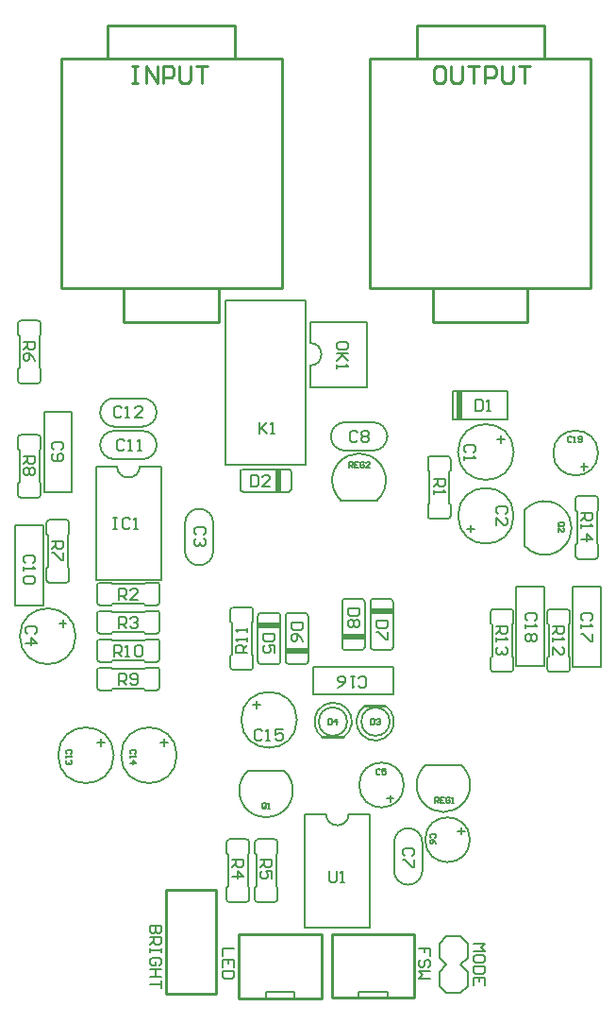
<source format=gto>
G04*
G04 #@! TF.GenerationSoftware,Altium Limited,Altium Designer,19.0.9 (268)*
G04*
G04 Layer_Color=65535*
%FSLAX25Y25*%
%MOIN*%
G70*
G01*
G75*
%ADD10C,0.00600*%
%ADD11C,0.00500*%
%ADD12C,0.01000*%
%ADD13C,0.00787*%
%ADD14C,0.00800*%
%ADD15R,0.08000X0.02000*%
%ADD16R,0.02000X0.10000*%
%ADD17R,0.02000X0.08000*%
D10*
X81200Y36228D02*
G03*
X82200Y35228I1000J0D01*
G01*
X88200D02*
G03*
X89200Y36228I0J1000D01*
G01*
Y56354D02*
G03*
X88200Y57354I-1000J0D01*
G01*
X82200D02*
G03*
X81200Y56354I0J-1000D01*
G01*
X143846Y76519D02*
G03*
X143846Y76519I-7906J0D01*
G01*
X133000Y194510D02*
G03*
X138000Y199510I0J5000D01*
G01*
D02*
G03*
X133000Y204510I-5000J0D01*
G01*
X123000D02*
G03*
X118000Y199510I0J-5000D01*
G01*
D02*
G03*
X123000Y194510I5000J0D01*
G01*
X109000Y119200D02*
G03*
X110000Y120200I0J1000D01*
G01*
X102000D02*
G03*
X103000Y119200I1000J0D01*
G01*
Y137200D02*
G03*
X102000Y136200I0J-1000D01*
G01*
X110000D02*
G03*
X109000Y137200I-1000J0D01*
G01*
X93273Y137189D02*
G03*
X92273Y136189I0J-1000D01*
G01*
X100273D02*
G03*
X99273Y137189I-1000J0D01*
G01*
Y119189D02*
G03*
X100273Y120189I0J1000D01*
G01*
X92273D02*
G03*
X93273Y119189I1000J0D01*
G01*
X129974Y141200D02*
G03*
X128974Y142200I-1000J0D01*
G01*
X122975D02*
G03*
X121975Y141200I0J-1000D01*
G01*
Y125200D02*
G03*
X122975Y124200I1000J0D01*
G01*
X128974D02*
G03*
X129974Y125200I0J1000D01*
G01*
X36437Y118000D02*
G03*
X35437Y117000I0J-1000D01*
G01*
Y111000D02*
G03*
X36437Y110000I1000J0D01*
G01*
X56563D02*
G03*
X57563Y111000I0J1000D01*
G01*
Y117000D02*
G03*
X56563Y118000I-1000J0D01*
G01*
X57563Y127000D02*
G03*
X56563Y128000I-1000J0D01*
G01*
Y120000D02*
G03*
X57563Y121000I0J1000D01*
G01*
X35437D02*
G03*
X36437Y120000I1000J0D01*
G01*
Y128000D02*
G03*
X35437Y127000I0J-1000D01*
G01*
X36437Y138000D02*
G03*
X35437Y137000I0J-1000D01*
G01*
Y131000D02*
G03*
X36437Y130000I1000J0D01*
G01*
X56563D02*
G03*
X57563Y131000I0J1000D01*
G01*
Y137000D02*
G03*
X56563Y138000I-1000J0D01*
G01*
X36437Y148000D02*
G03*
X35437Y147000I0J-1000D01*
G01*
Y141000D02*
G03*
X36437Y140000I1000J0D01*
G01*
X56563D02*
G03*
X57563Y141000I0J1000D01*
G01*
Y147000D02*
G03*
X56563Y148000I-1000J0D01*
G01*
X202300Y171026D02*
G03*
X186600Y173632I-8700J-3816D01*
G01*
X202300Y163395D02*
G03*
X202300Y171027I-8701J3816D01*
G01*
X186600Y160790D02*
G03*
X202300Y163396I7000J6422D01*
G01*
X63593Y87000D02*
G03*
X63593Y87000I-9843J0D01*
G01*
X41343D02*
G03*
X41343Y87000I-9843J0D01*
G01*
X27843Y129000D02*
G03*
X27843Y129000I-9843J0D01*
G01*
X17551Y148937D02*
G03*
X18551Y147937I1000J0D01*
G01*
X24551D02*
G03*
X25551Y148937I0J1000D01*
G01*
Y169063D02*
G03*
X24551Y170063I-1000J0D01*
G01*
X18551D02*
G03*
X17551Y169063I0J-1000D01*
G01*
X7500Y178937D02*
G03*
X8500Y177937I1000J0D01*
G01*
X14500D02*
G03*
X15500Y178937I0J1000D01*
G01*
Y199063D02*
G03*
X14500Y200063I-1000J0D01*
G01*
X8500D02*
G03*
X7500Y199063I0J-1000D01*
G01*
Y219237D02*
G03*
X8500Y218237I1000J0D01*
G01*
X14500D02*
G03*
X15500Y219237I0J1000D01*
G01*
Y239363D02*
G03*
X14500Y240363I-1000J0D01*
G01*
X8500D02*
G03*
X7500Y239363I0J-1000D01*
G01*
X36500Y208000D02*
G03*
X41500Y203000I5000J0D01*
G01*
Y213000D02*
G03*
X36500Y208000I0J-5000D01*
G01*
X56500D02*
G03*
X51500Y213000I-5000J0D01*
G01*
Y203000D02*
G03*
X56500Y208000I0J5000D01*
G01*
X36500Y196500D02*
G03*
X41500Y191500I5000J0D01*
G01*
Y201500D02*
G03*
X36500Y196500I0J-5000D01*
G01*
X56500D02*
G03*
X51500Y201500I-5000J0D01*
G01*
Y191500D02*
G03*
X56500Y196500I0J5000D01*
G01*
X42500Y189000D02*
G03*
X50500Y189000I4000J0D01*
G01*
X212446Y193670D02*
G03*
X212446Y193670I-7906J0D01*
G01*
X82562Y118137D02*
G03*
X83562Y117137I1000J0D01*
G01*
X89562D02*
G03*
X90562Y118137I0J1000D01*
G01*
Y138263D02*
G03*
X89562Y139263I-1000J0D01*
G01*
X83562D02*
G03*
X82562Y138263I0J-1000D01*
G01*
X133000Y142200D02*
G03*
X132000Y141200I0J-1000D01*
G01*
X140000D02*
G03*
X139000Y142200I-1000J0D01*
G01*
Y124200D02*
G03*
X140000Y125200I0J1000D01*
G01*
X132000D02*
G03*
X133000Y124200I1000J0D01*
G01*
X106043Y99500D02*
G03*
X106043Y99500I-9843J0D01*
G01*
X182637Y194000D02*
G03*
X182637Y194000I-9843J0D01*
G01*
X212500Y177463D02*
G03*
X211500Y178463I-1000J0D01*
G01*
X205500D02*
G03*
X204500Y177463I0J-1000D01*
G01*
Y157337D02*
G03*
X205500Y156337I1000J0D01*
G01*
X211500D02*
G03*
X212500Y157337I0J1000D01*
G01*
X201500Y116399D02*
G03*
X202500Y117399I0J1000D01*
G01*
X194500D02*
G03*
X195500Y116399I1000J0D01*
G01*
Y138525D02*
G03*
X194500Y137525I0J-1000D01*
G01*
X202500D02*
G03*
X201500Y138525I-1000J0D01*
G01*
X182500Y137563D02*
G03*
X181500Y138563I-1000J0D01*
G01*
X175500D02*
G03*
X174500Y137563I0J-1000D01*
G01*
Y117437D02*
G03*
X175500Y116437I1000J0D01*
G01*
X181500D02*
G03*
X182500Y117437I0J1000D01*
G01*
X182645Y171500D02*
G03*
X182645Y171500I-9843J0D01*
G01*
X124185Y192700D02*
G03*
X121579Y177000I3816J-8700D01*
G01*
X131816Y192700D02*
G03*
X124184Y192700I-3816J-8701D01*
G01*
X134421Y177000D02*
G03*
X131815Y192700I-6422J7000D01*
G01*
X71500Y154000D02*
G03*
X76500Y159000I0J5000D01*
G01*
X66500D02*
G03*
X71500Y154000I5000J0D01*
G01*
Y174000D02*
G03*
X66500Y169000I0J-5000D01*
G01*
X76500D02*
G03*
X71500Y174000I-5000J0D01*
G01*
X152302Y171437D02*
G03*
X153302Y170437I1000J0D01*
G01*
X159302D02*
G03*
X160302Y171437I0J1000D01*
G01*
Y191563D02*
G03*
X159302Y192563I-1000J0D01*
G01*
X153302D02*
G03*
X152302Y191563I0J-1000D01*
G01*
X88723Y81564D02*
G03*
X91329Y65863I6422J-7000D01*
G01*
X98959D02*
G03*
X101566Y81564I-3816J8700D01*
G01*
X91329Y65864D02*
G03*
X98961Y65864I3816J8701D01*
G01*
X151379Y83458D02*
G03*
X153985Y67758I6422J-7000D01*
G01*
X153984Y67758D02*
G03*
X161616Y67758I3816J8701D01*
G01*
X161615Y67758D02*
G03*
X164221Y83458I-3816J8700D01*
G01*
X110675Y224500D02*
G03*
X110675Y232500I0J4000D01*
G01*
X116339Y66291D02*
G03*
X124339Y66291I4000J0D01*
G01*
X167172Y57193D02*
G03*
X167172Y57193I-7906J0D01*
G01*
X87000Y188000D02*
G03*
X86000Y187000I0J-1000D01*
G01*
Y181000D02*
G03*
X87000Y180000I1000J0D01*
G01*
X103000D02*
G03*
X104000Y181000I0J1000D01*
G01*
Y187000D02*
G03*
X103000Y188000I-1000J0D01*
G01*
X140359Y46295D02*
G03*
X145359Y41295I5000J0D01*
G01*
D02*
G03*
X150359Y46295I0J5000D01*
G01*
Y56295D02*
G03*
X145359Y61295I-5000J0D01*
G01*
D02*
G03*
X140359Y56295I0J-5000D01*
G01*
X99200Y56363D02*
G03*
X98200Y57363I-1000J0D01*
G01*
Y35237D02*
G03*
X99200Y36237I0J1000D01*
G01*
X92200Y57363D02*
G03*
X91200Y56363I0J-1000D01*
G01*
Y36237D02*
G03*
X92200Y35237I1000J0D01*
G01*
X81200Y52354D02*
X81700Y51854D01*
X88700D02*
X89200Y52354D01*
X81200Y40228D02*
X81700Y40728D01*
X88700D02*
X89200Y40228D01*
X81200Y52354D02*
Y56354D01*
X89200Y52354D02*
Y56354D01*
X81200Y36228D02*
Y40228D01*
X89200Y36228D02*
Y40228D01*
X81700Y40728D02*
Y51854D01*
X88700Y40728D02*
Y51854D01*
X82200Y57354D02*
X88200D01*
X82200Y35228D02*
X88200D01*
X137808Y71719D02*
X140273Y71747D01*
X139025Y70461D02*
Y72961D01*
X123000Y194510D02*
X133000D01*
X125500Y204510D02*
X133000D01*
X123000D02*
X125500D01*
X103000Y119200D02*
X109000D01*
X102000Y120200D02*
Y136200D01*
X110000Y120200D02*
Y136200D01*
X103000Y137200D02*
X109000D01*
X93273Y137189D02*
X99273D01*
X100273Y120189D02*
Y136189D01*
X92273Y120189D02*
Y136189D01*
X93273Y119189D02*
X99273D01*
X183618Y118394D02*
Y146606D01*
Y118394D02*
X193382D01*
Y146606D01*
X183618D02*
X193382D01*
X122975Y142200D02*
X128974D01*
X129974Y125200D02*
Y141200D01*
X121975Y125200D02*
Y141200D01*
X122975Y124200D02*
X128974D01*
X52063Y117500D02*
X52563Y118000D01*
X52063Y110500D02*
X52563Y110000D01*
X40437Y118000D02*
X40937Y117500D01*
X40437Y110000D02*
X40937Y110500D01*
X52563Y118000D02*
X56563D01*
X52563Y110000D02*
X56563D01*
X36437Y118000D02*
X40437D01*
X36437Y110000D02*
X40437D01*
X40937Y117500D02*
X52063D01*
X40937Y110500D02*
X52063D01*
X57563Y111000D02*
Y117000D01*
X35437Y111000D02*
Y117000D01*
Y121000D02*
Y127000D01*
X57563Y121000D02*
Y127000D01*
X40937Y120500D02*
X52063D01*
X40937Y127500D02*
X52063D01*
X36437Y120000D02*
X40437D01*
X36437Y128000D02*
X40437D01*
X52563Y120000D02*
X56563D01*
X52563Y128000D02*
X56563D01*
X40437Y120000D02*
X40937Y120500D01*
X40437Y128000D02*
X40937Y127500D01*
X52063Y120500D02*
X52563Y120000D01*
X52063Y127500D02*
X52563Y128000D01*
X52063Y137500D02*
X52563Y138000D01*
X52063Y130500D02*
X52563Y130000D01*
X40437Y138000D02*
X40937Y137500D01*
X40437Y130000D02*
X40937Y130500D01*
X52563Y138000D02*
X56563D01*
X52563Y130000D02*
X56563D01*
X36437Y138000D02*
X40437D01*
X36437Y130000D02*
X40437D01*
X40937Y137500D02*
X52063D01*
X40937Y130500D02*
X52063D01*
X57563Y131000D02*
Y137000D01*
X35437Y131000D02*
Y137000D01*
X52063Y147500D02*
X52563Y148000D01*
X52063Y140500D02*
X52563Y140000D01*
X40437Y148000D02*
X40937Y147500D01*
X40437Y140000D02*
X40937Y140500D01*
X52563Y148000D02*
X56563D01*
X52563Y140000D02*
X56563D01*
X36437Y148000D02*
X40437D01*
X36437Y140000D02*
X40437D01*
X40937Y147500D02*
X52063D01*
X40937Y140500D02*
X52063D01*
X57563Y141000D02*
Y147000D01*
X35437Y141000D02*
Y147000D01*
X186600Y160790D02*
Y173632D01*
X59150Y90200D02*
Y92800D01*
X57850Y91500D02*
X60350D01*
X36900Y90200D02*
Y92800D01*
X35600Y91500D02*
X38100D01*
X22100Y133500D02*
X24600D01*
X23400Y132200D02*
Y134800D01*
X16382Y139894D02*
Y168106D01*
X6618D02*
X16382D01*
X6618Y139894D02*
Y168106D01*
Y139894D02*
X16382D01*
X17551Y165063D02*
X18051Y164563D01*
X25051D02*
X25551Y165063D01*
X17551Y152937D02*
X18051Y153437D01*
X25051D02*
X25551Y152937D01*
X17551Y165063D02*
Y169063D01*
X25551Y165063D02*
Y169063D01*
X17551Y148937D02*
Y152937D01*
X25551Y148937D02*
Y152937D01*
X18051Y153437D02*
Y164563D01*
X25051Y153437D02*
Y164563D01*
X18551Y170063D02*
X24551D01*
X18551Y147937D02*
X24551D01*
X16669Y179894D02*
Y208106D01*
Y179894D02*
X26433D01*
Y208106D01*
X16669D02*
X26433D01*
X7500Y195063D02*
X8000Y194563D01*
X15000D02*
X15500Y195063D01*
X7500Y182937D02*
X8000Y183437D01*
X15000D02*
X15500Y182937D01*
X7500Y195063D02*
Y199063D01*
X15500Y195063D02*
Y199063D01*
X7500Y178937D02*
Y182937D01*
X15500Y178937D02*
Y182937D01*
X8000Y183437D02*
Y194563D01*
X15000Y183437D02*
Y194563D01*
X8500Y200063D02*
X14500D01*
X8500Y177937D02*
X14500D01*
X7500Y235363D02*
X8000Y234863D01*
X15000D02*
X15500Y235363D01*
X7500Y223237D02*
X8000Y223737D01*
X15000D02*
X15500Y223237D01*
X7500Y235363D02*
Y239363D01*
X15500Y235363D02*
Y239363D01*
X7500Y219237D02*
Y223237D01*
X15500Y219237D02*
Y223237D01*
X8000Y223737D02*
Y234863D01*
X15000Y223737D02*
Y234863D01*
X8500Y240363D02*
X14500D01*
X8500Y218237D02*
X14500D01*
X41500Y213000D02*
X44000D01*
X51500D01*
X41500Y203000D02*
X51500D01*
X41500Y201500D02*
X44000D01*
X51500D01*
X41500Y191500D02*
X51500D01*
X58000Y149000D02*
Y189000D01*
X50500D02*
X58000D01*
X35000D02*
X42500D01*
X35000Y149000D02*
Y189000D01*
Y149000D02*
X58000D01*
X207625Y187612D02*
Y190112D01*
X206408Y188870D02*
X208873Y188898D01*
X82562Y134263D02*
X83062Y133763D01*
X90062D02*
X90562Y134263D01*
X82562Y122137D02*
X83062Y122637D01*
X90062D02*
X90562Y122137D01*
X82562Y134263D02*
Y138263D01*
X90562Y134263D02*
Y138263D01*
X82562Y118137D02*
Y122137D01*
X90562Y118137D02*
Y122137D01*
X83062Y122637D02*
Y133763D01*
X90062Y122637D02*
Y133763D01*
X83562Y139263D02*
X89562D01*
X83562Y117137D02*
X89562D01*
X133000Y142200D02*
X139000D01*
X140000Y125200D02*
Y141200D01*
X132000Y125200D02*
Y141200D01*
X133000Y124200D02*
X139000D01*
X90400Y104900D02*
X93000D01*
X91700Y103600D02*
Y106100D01*
X160984Y205500D02*
Y215500D01*
X180334Y205500D02*
Y215500D01*
X160984D02*
X164984D01*
X161034Y205500D02*
X180334D01*
X164384Y215500D02*
X180334D01*
X178194Y197200D02*
Y199800D01*
X176894Y198500D02*
X179394D01*
X212000Y161837D02*
X212500Y161337D01*
X204500D02*
X205000Y161837D01*
X212000Y172963D02*
X212500Y173463D01*
X204500D02*
X205000Y172963D01*
X212500Y157337D02*
Y161337D01*
X204500Y157337D02*
Y161337D01*
X212500Y173463D02*
Y177463D01*
X204500Y173463D02*
Y177463D01*
X212000Y161837D02*
Y172963D01*
X205000Y161837D02*
Y172963D01*
X205500Y156337D02*
X211500D01*
X205500Y178463D02*
X211500D01*
X111894Y118108D02*
X140106D01*
X111894Y108344D02*
Y118108D01*
Y108344D02*
X140106D01*
Y118108D01*
X213382Y118309D02*
Y146521D01*
X203618D02*
X213382D01*
X203618Y118309D02*
Y146521D01*
Y118309D02*
X213382D01*
X195500Y138525D02*
X201500D01*
X195500Y116399D02*
X201500D01*
X195000Y121899D02*
Y133025D01*
X202000Y121899D02*
Y133025D01*
X194500Y133525D02*
Y137525D01*
X202500Y133525D02*
Y137525D01*
X194500Y117399D02*
Y121399D01*
X202500Y117399D02*
Y121399D01*
X194500Y133525D02*
X195000Y133025D01*
X202000D02*
X202500Y133525D01*
X194500Y121399D02*
X195000Y121899D01*
X202000D02*
X202500Y121399D01*
X182000Y121937D02*
X182500Y121437D01*
X174500D02*
X175000Y121937D01*
X182000Y133063D02*
X182500Y133563D01*
X174500D02*
X175000Y133063D01*
X182500Y117437D02*
Y121437D01*
X174500Y117437D02*
Y121437D01*
X182500Y133563D02*
Y137563D01*
X174500Y133563D02*
Y137563D01*
X182000Y121937D02*
Y133063D01*
X175000Y121937D02*
Y133063D01*
X175500Y116437D02*
X181500D01*
X175500Y138563D02*
X181500D01*
X167402Y165700D02*
Y168300D01*
X166202Y167000D02*
X168702D01*
X121579Y177000D02*
X134421D01*
X66500Y159000D02*
Y161500D01*
Y169000D01*
X76500Y159000D02*
Y169000D01*
X152302Y187563D02*
X152802Y187063D01*
X159802D02*
X160302Y187563D01*
X152302Y175437D02*
X152802Y175937D01*
X159802D02*
X160302Y175437D01*
X152302Y187563D02*
Y191563D01*
X160302Y187563D02*
Y191563D01*
X152302Y171437D02*
Y175437D01*
X160302Y171437D02*
Y175437D01*
X152802Y175937D02*
Y187063D01*
X159802Y175937D02*
Y187063D01*
X153302Y192563D02*
X159302D01*
X153302Y170437D02*
X159302D01*
X88723Y81564D02*
X101566D01*
X151379Y83458D02*
X164221D01*
X110675Y232500D02*
Y240000D01*
Y217000D02*
Y224500D01*
X130675Y217000D02*
Y240000D01*
X110675Y217000D02*
X130675D01*
X110675Y240000D02*
X130675D01*
X131839Y26291D02*
Y66291D01*
X124339D02*
X131839D01*
X108839D02*
X116339D01*
X108839Y26291D02*
Y66291D01*
Y26291D02*
X131839D01*
X162824Y60278D02*
X165324D01*
X164038Y61526D02*
X164066Y59061D01*
X86000Y181000D02*
Y187000D01*
X87000Y188000D02*
X103000D01*
X87000Y180000D02*
X103000D01*
X104000Y181000D02*
Y187000D01*
X140359Y46295D02*
Y56295D01*
X150359Y46295D02*
Y53795D01*
Y56295D01*
X99200Y52363D02*
Y56363D01*
X98700Y51863D02*
X99200Y52363D01*
X92200Y57363D02*
X98200D01*
X98700Y40737D02*
X99200Y40237D01*
Y36237D02*
Y40237D01*
X98700Y40737D02*
Y51863D01*
X92200Y35237D02*
X98200D01*
X91700Y40737D02*
Y51863D01*
X91200Y52363D02*
Y56363D01*
Y52363D02*
X91700Y51863D01*
X91200Y40237D02*
X91700Y40737D01*
X91200Y36237D02*
Y40237D01*
X135333Y81966D02*
X135000Y82299D01*
X134333D01*
X134000Y81966D01*
Y80633D01*
X134333Y80300D01*
X135000D01*
X135333Y80633D01*
X137332Y82299D02*
X135999D01*
Y81300D01*
X136666Y81633D01*
X136999D01*
X137332Y81300D01*
Y80633D01*
X136999Y80300D01*
X136333D01*
X135999Y80633D01*
X198889Y167783D02*
X200222D01*
X200555Y168116D01*
Y168783D01*
X200222Y169116D01*
X198889D01*
X198556Y168783D01*
Y168116D01*
X199222Y168450D02*
X198556Y167783D01*
Y168116D02*
X198889Y167783D01*
X198556Y165784D02*
Y167117D01*
X199889Y165784D01*
X200222D01*
X200555Y166117D01*
Y166783D01*
X200222Y167117D01*
X117132Y99970D02*
Y97970D01*
X118131D01*
X118465Y98304D01*
Y99637D01*
X118131Y99970D01*
X117132D01*
X120131Y97970D02*
Y99970D01*
X119131Y98970D01*
X120464D01*
X132235Y99825D02*
Y97826D01*
X133235D01*
X133568Y98159D01*
Y99492D01*
X133235Y99825D01*
X132235D01*
X134234Y99492D02*
X134568Y99825D01*
X135234D01*
X135567Y99492D01*
Y99159D01*
X135234Y98826D01*
X134901D01*
X135234D01*
X135567Y98492D01*
Y98159D01*
X135234Y97826D01*
X134568D01*
X134234Y98159D01*
X26166Y87667D02*
X26499Y88000D01*
Y88667D01*
X26166Y89000D01*
X24833D01*
X24500Y88667D01*
Y88000D01*
X24833Y87667D01*
X24500Y87001D02*
Y86334D01*
Y86667D01*
X26499D01*
X26166Y87001D01*
Y85334D02*
X26499Y85001D01*
Y84335D01*
X26166Y84002D01*
X25833D01*
X25500Y84335D01*
Y84668D01*
Y84335D01*
X25166Y84002D01*
X24833D01*
X24500Y84335D01*
Y85001D01*
X24833Y85334D01*
X203084Y199336D02*
X202750Y199669D01*
X202084D01*
X201751Y199336D01*
Y198003D01*
X202084Y197670D01*
X202750D01*
X203084Y198003D01*
X203750Y197670D02*
X204417D01*
X204083D01*
Y199669D01*
X203750Y199336D01*
X205416Y198003D02*
X205750Y197670D01*
X206416D01*
X206749Y198003D01*
Y199336D01*
X206416Y199669D01*
X205750D01*
X205416Y199336D01*
Y199003D01*
X205750Y198669D01*
X206749D01*
X48666Y87667D02*
X48999Y88000D01*
Y88667D01*
X48666Y89000D01*
X47333D01*
X47000Y88667D01*
Y88000D01*
X47333Y87667D01*
X47000Y87001D02*
Y86334D01*
Y86667D01*
X48999D01*
X48666Y87001D01*
X47000Y84335D02*
X48999D01*
X48000Y85334D01*
Y84002D01*
X124311Y188415D02*
Y190414D01*
X125310D01*
X125644Y190081D01*
Y189415D01*
X125310Y189082D01*
X124311D01*
X124977D02*
X125644Y188415D01*
X127643Y190414D02*
X126310D01*
Y188415D01*
X127643D01*
X126310Y189415D02*
X126977D01*
X129642Y190081D02*
X129309Y190414D01*
X128643D01*
X128309Y190081D01*
Y188748D01*
X128643Y188415D01*
X129309D01*
X129642Y188748D01*
Y189415D01*
X128976D01*
X131642Y188415D02*
X130309D01*
X131642Y189748D01*
Y190081D01*
X131308Y190414D01*
X130642D01*
X130309Y190081D01*
X95146Y68397D02*
Y69730D01*
X94813Y70063D01*
X94146D01*
X93813Y69730D01*
Y68397D01*
X94146Y68063D01*
X94813D01*
X94480Y68730D02*
X95146Y68063D01*
X94813D02*
X95146Y68397D01*
X95812Y68063D02*
X96479D01*
X96146D01*
Y70063D01*
X95812Y69730D01*
X154784Y70125D02*
Y72124D01*
X155784D01*
X156117Y71791D01*
Y71125D01*
X155784Y70791D01*
X154784D01*
X155450D02*
X156117Y70125D01*
X158116Y72124D02*
X156783D01*
Y70125D01*
X158116D01*
X156783Y71125D02*
X157450D01*
X160116Y71791D02*
X159783Y72124D01*
X159116D01*
X158783Y71791D01*
Y70458D01*
X159116Y70125D01*
X159783D01*
X160116Y70458D01*
Y71125D01*
X159449D01*
X160782Y70125D02*
X161449D01*
X161115D01*
Y72124D01*
X160782Y71791D01*
X154932Y57920D02*
X155265Y58253D01*
Y58919D01*
X154932Y59253D01*
X153599D01*
X153266Y58919D01*
Y58253D01*
X153599Y57920D01*
X155265Y55920D02*
X154932Y56587D01*
X154265Y57253D01*
X153599D01*
X153266Y56920D01*
Y56254D01*
X153599Y55920D01*
X153932D01*
X154265Y56254D01*
Y57253D01*
D11*
X113358Y102671D02*
G03*
X115250Y93242I5661J-3768D01*
G01*
X113358Y102671D02*
G03*
X115250Y93242I5661J-3768D01*
G01*
X123758Y98871D02*
G03*
X123758Y98871I-5000J0D01*
G01*
D02*
G03*
X123758Y98871I-5000J0D01*
G01*
X122321Y93242D02*
G03*
X113358Y102671I-3473J5674D01*
G01*
X122321Y93242D02*
G03*
X113358Y102671I-3473J5674D01*
G01*
X139208Y95071D02*
G03*
X137316Y104500I-5661J3768D01*
G01*
X139208Y95071D02*
G03*
X137316Y104500I-5661J3768D01*
G01*
X138808Y98871D02*
G03*
X138808Y98871I-5000J0D01*
G01*
D02*
G03*
X138808Y98871I-5000J0D01*
G01*
X130245Y104500D02*
G03*
X139208Y95071I3473J-5674D01*
G01*
X130245Y104500D02*
G03*
X139208Y95071I3473J-5674D01*
G01*
X115250Y93242D02*
X122321D01*
X114858Y93571D02*
X122758D01*
X130245Y104500D02*
X137316D01*
X129808Y104171D02*
X137708D01*
X156309Y15563D02*
Y20563D01*
X166309Y15563D02*
Y20563D01*
X156309Y5564D02*
Y10564D01*
X166309Y5564D02*
Y10564D01*
X158809Y23064D02*
X163809D01*
X158809Y3063D02*
X163809D01*
X156309Y20563D02*
X158809Y23064D01*
X163809D02*
X166309Y20563D01*
X156309Y10564D02*
X158809Y13063D01*
X156309Y5564D02*
X158809Y3063D01*
X163809Y13063D02*
X166309Y15563D01*
X163809Y3063D02*
X166309Y5564D01*
X163809Y13063D02*
X166309Y10564D01*
X156309Y15563D02*
X158809Y13063D01*
D12*
X77558Y2893D02*
Y39507D01*
X59842D02*
X77558D01*
X59842Y2893D02*
Y39507D01*
Y2893D02*
X77558D01*
X131862Y332848D02*
X148422D01*
Y344462D01*
Y332848D02*
X193304D01*
X148422Y344462D02*
X193304D01*
Y332848D02*
Y344462D01*
Y332848D02*
X209862D01*
Y251746D02*
Y332848D01*
X187594Y251746D02*
X209862D01*
X154130D02*
X187594D01*
Y239935D02*
Y251746D01*
X154130Y239935D02*
X187594D01*
X154130D02*
Y251746D01*
X131862D02*
X154130D01*
X131862D02*
Y332848D01*
X22636D02*
X39195D01*
Y344462D01*
Y332848D02*
X84077D01*
X39195Y344462D02*
X84077D01*
Y332848D02*
Y344462D01*
Y332848D02*
X100636D01*
Y251746D02*
Y332848D01*
X78368Y251746D02*
X100636D01*
X44904D02*
X78368D01*
Y239935D02*
Y251746D01*
X44904Y239935D02*
X78368D01*
X44904D02*
Y251746D01*
X22636D02*
X44904D01*
X22636D02*
Y332848D01*
X114711Y1281D02*
Y23920D01*
X85577Y1281D02*
X114711D01*
X85577D02*
Y23920D01*
X114711D01*
X147457Y1347D02*
Y23985D01*
X118323D02*
X147457D01*
X118323Y1347D02*
X147457D01*
X118323D02*
Y23985D01*
X157361Y330098D02*
X155362D01*
X154362Y329098D01*
Y325100D01*
X155362Y324100D01*
X157361D01*
X158361Y325100D01*
Y329098D01*
X157361Y330098D01*
X160361D02*
Y325100D01*
X161360Y324100D01*
X163360D01*
X164359Y325100D01*
Y330098D01*
X166359D02*
X170357D01*
X168358D01*
Y324100D01*
X172357D02*
Y330098D01*
X175356D01*
X176355Y329098D01*
Y327099D01*
X175356Y326099D01*
X172357D01*
X178355Y330098D02*
Y325100D01*
X179354Y324100D01*
X181354D01*
X182353Y325100D01*
Y330098D01*
X184353D02*
X188352D01*
X186352D01*
Y324100D01*
X47636Y330098D02*
X49635D01*
X48636D01*
Y324100D01*
X47636D01*
X49635D01*
X52634D02*
Y330098D01*
X56633Y324100D01*
Y330098D01*
X58632Y324100D02*
Y330098D01*
X61632D01*
X62631Y329098D01*
Y327099D01*
X61632Y326099D01*
X58632D01*
X64631Y330098D02*
Y325100D01*
X65630Y324100D01*
X67629D01*
X68629Y325100D01*
Y330098D01*
X70629D02*
X74627D01*
X72628D01*
Y324100D01*
D13*
X95026Y1508D02*
Y3476D01*
X105262D01*
Y1508D02*
Y3476D01*
X127772Y3542D02*
X138008D01*
Y1574D02*
Y3542D01*
X127772Y1574D02*
Y3542D01*
D14*
X80827Y189484D02*
Y247358D01*
Y189484D02*
X109173D01*
Y247358D01*
X80827D02*
X109173D01*
X57999Y26700D02*
X54000D01*
Y24701D01*
X54666Y24034D01*
X55333D01*
X55999Y24701D01*
Y26700D01*
Y24701D01*
X56666Y24034D01*
X57332D01*
X57999Y24701D01*
Y26700D01*
X54000Y22701D02*
X57999D01*
Y20702D01*
X57332Y20035D01*
X55999D01*
X55333Y20702D01*
Y22701D01*
Y21368D02*
X54000Y20035D01*
X57999Y18703D02*
Y17370D01*
Y18036D01*
X54000D01*
Y18703D01*
Y17370D01*
X57332Y12705D02*
X57999Y13371D01*
Y14704D01*
X57332Y15370D01*
X54666D01*
X54000Y14704D01*
Y13371D01*
X54666Y12705D01*
X55999D01*
Y14037D01*
X57999Y11372D02*
X54000D01*
X55999D01*
Y8706D01*
X57999D01*
X54000D01*
X57999Y7373D02*
Y4707D01*
Y6040D01*
X54000D01*
X127366Y200832D02*
X126699Y201499D01*
X125366D01*
X124700Y200832D01*
Y198167D01*
X125366Y197500D01*
X126699D01*
X127366Y198167D01*
X128699Y200832D02*
X129365Y201499D01*
X130698D01*
X131365Y200832D01*
Y200166D01*
X130698Y199499D01*
X131365Y198833D01*
Y198167D01*
X130698Y197500D01*
X129365D01*
X128699Y198167D01*
Y198833D01*
X129365Y199499D01*
X128699Y200166D01*
Y200832D01*
X129365Y199499D02*
X130698D01*
X190032Y134434D02*
X190699Y135101D01*
Y136433D01*
X190032Y137100D01*
X187366D01*
X186700Y136433D01*
Y135101D01*
X187366Y134434D01*
X186700Y133101D02*
Y131768D01*
Y132435D01*
X190699D01*
X190032Y133101D01*
Y129769D02*
X190699Y129103D01*
Y127770D01*
X190032Y127103D01*
X189366D01*
X188699Y127770D01*
X188033Y127103D01*
X187366D01*
X186700Y127770D01*
Y129103D01*
X187366Y129769D01*
X188033D01*
X188699Y129103D01*
X189366Y129769D01*
X190032D01*
X188699Y129103D02*
Y127770D01*
X168332Y193915D02*
X168999Y194582D01*
Y195915D01*
X168332Y196581D01*
X165666D01*
X165000Y195915D01*
Y194582D01*
X165666Y193915D01*
X165000Y192582D02*
Y191250D01*
Y191916D01*
X168999D01*
X168332Y192582D01*
X43000Y132000D02*
Y135999D01*
X44999D01*
X45666Y135332D01*
Y133999D01*
X44999Y133333D01*
X43000D01*
X44333D02*
X45666Y132000D01*
X46999Y135332D02*
X47665Y135999D01*
X48998D01*
X49665Y135332D01*
Y134666D01*
X48998Y133999D01*
X48332D01*
X48998D01*
X49665Y133333D01*
Y132667D01*
X48998Y132000D01*
X47665D01*
X46999Y132667D01*
X43000Y142000D02*
Y145999D01*
X44999D01*
X45666Y145332D01*
Y143999D01*
X44999Y143333D01*
X43000D01*
X44333D02*
X45666Y142000D01*
X49665D02*
X46999D01*
X49665Y144666D01*
Y145332D01*
X48998Y145999D01*
X47665D01*
X46999Y145332D01*
X13332Y129834D02*
X13999Y130501D01*
Y131834D01*
X13332Y132500D01*
X10667D01*
X10000Y131834D01*
Y130501D01*
X10667Y129834D01*
X10000Y126502D02*
X13999D01*
X11999Y128501D01*
Y125836D01*
X176350Y132453D02*
X180349D01*
Y130454D01*
X179682Y129787D01*
X178349D01*
X177683Y130454D01*
Y132453D01*
Y131120D02*
X176350Y129787D01*
Y128454D02*
Y127122D01*
Y127788D01*
X180349D01*
X179682Y128454D01*
Y125122D02*
X180349Y124456D01*
Y123123D01*
X179682Y122456D01*
X179016D01*
X178349Y123123D01*
Y123789D01*
Y123123D01*
X177683Y122456D01*
X177016D01*
X176350Y123123D01*
Y124456D01*
X177016Y125122D01*
X9500Y192437D02*
X13499D01*
Y190438D01*
X12832Y189771D01*
X11499D01*
X10833Y190438D01*
Y192437D01*
Y191104D02*
X9500Y189771D01*
X12832Y188438D02*
X13499Y187772D01*
Y186439D01*
X12832Y185773D01*
X12166D01*
X11499Y186439D01*
X10833Y185773D01*
X10166D01*
X9500Y186439D01*
Y187772D01*
X10166Y188438D01*
X10833D01*
X11499Y187772D01*
X12166Y188438D01*
X12832D01*
X11499Y187772D02*
Y186439D01*
X206385Y172400D02*
X210384D01*
Y170401D01*
X209717Y169734D01*
X208384D01*
X207718Y170401D01*
Y172400D01*
Y171067D02*
X206385Y169734D01*
Y168401D02*
Y167068D01*
Y167735D01*
X210384D01*
X209717Y168401D01*
X206385Y163070D02*
X210384D01*
X208384Y165069D01*
Y162403D01*
X41500Y122000D02*
Y125999D01*
X43499D01*
X44166Y125332D01*
Y123999D01*
X43499Y123333D01*
X41500D01*
X42833D02*
X44166Y122000D01*
X45499D02*
X46832D01*
X46165D01*
Y125999D01*
X45499Y125332D01*
X48831D02*
X49497Y125999D01*
X50830D01*
X51497Y125332D01*
Y122667D01*
X50830Y122000D01*
X49497D01*
X48831Y122667D01*
Y125332D01*
X9500Y232674D02*
X13499D01*
Y230675D01*
X12832Y230009D01*
X11499D01*
X10833Y230675D01*
Y232674D01*
Y231342D02*
X9500Y230009D01*
X13499Y226010D02*
X12832Y227343D01*
X11499Y228676D01*
X10166D01*
X9500Y228009D01*
Y226676D01*
X10166Y226010D01*
X10833D01*
X11499Y226676D01*
Y228676D01*
X19595Y162500D02*
X23593D01*
Y160501D01*
X22927Y159834D01*
X21594D01*
X20928Y160501D01*
Y162500D01*
Y161167D02*
X19595Y159834D01*
X23593Y158501D02*
Y155835D01*
X22927D01*
X20261Y158501D01*
X19595D01*
X43000Y111915D02*
Y115914D01*
X44999D01*
X45666Y115248D01*
Y113915D01*
X44999Y113248D01*
X43000D01*
X44333D02*
X45666Y111915D01*
X46999Y112582D02*
X47665Y111915D01*
X48998D01*
X49665Y112582D01*
Y115248D01*
X48998Y115914D01*
X47665D01*
X46999Y115248D01*
Y114581D01*
X47665Y113915D01*
X49665D01*
X88500Y123200D02*
X84501D01*
Y125199D01*
X85168Y125866D01*
X86501D01*
X87167Y125199D01*
Y123200D01*
Y124533D02*
X88500Y125866D01*
Y127199D02*
Y128532D01*
Y127865D01*
X84501D01*
X85168Y127199D01*
X88500Y130531D02*
Y131864D01*
Y131197D01*
X84501D01*
X85168Y130531D01*
X196500Y132415D02*
X200499D01*
Y130416D01*
X199832Y129750D01*
X198499D01*
X197833Y130416D01*
Y132415D01*
Y131082D02*
X196500Y129750D01*
Y128417D02*
Y127084D01*
Y127750D01*
X200499D01*
X199832Y128417D01*
X196500Y122418D02*
Y125084D01*
X199166Y122418D01*
X199832D01*
X200499Y123085D01*
Y124418D01*
X199832Y125084D01*
X41225Y170999D02*
X42557D01*
X41891D01*
Y167000D01*
X41225D01*
X42557D01*
X47223Y170332D02*
X46556Y170999D01*
X45223D01*
X44557Y170332D01*
Y167666D01*
X45223Y167000D01*
X46556D01*
X47223Y167666D01*
X48555Y167000D02*
X49889D01*
X49222D01*
Y170999D01*
X48555Y170332D01*
X98099Y129964D02*
X94100D01*
Y127965D01*
X94766Y127298D01*
X97432D01*
X98099Y127965D01*
Y129964D01*
Y123300D02*
Y125965D01*
X96099D01*
X96766Y124632D01*
Y123966D01*
X96099Y123300D01*
X94766D01*
X94100Y123966D01*
Y125299D01*
X94766Y125965D01*
X108099Y133700D02*
X104100D01*
Y131701D01*
X104766Y131034D01*
X107432D01*
X108099Y131701D01*
Y133700D01*
Y127035D02*
X107432Y128368D01*
X106099Y129701D01*
X104766D01*
X104100Y129035D01*
Y127702D01*
X104766Y127035D01*
X105433D01*
X106099Y127702D01*
Y129701D01*
X137999Y134600D02*
X134000D01*
Y132601D01*
X134667Y131934D01*
X137332D01*
X137999Y132601D01*
Y134600D01*
Y130601D02*
Y127936D01*
X137332D01*
X134667Y130601D01*
X134000D01*
X128009Y138700D02*
X124010D01*
Y136701D01*
X124677Y136034D01*
X127343D01*
X128009Y136701D01*
Y138700D01*
X127343Y134701D02*
X128009Y134035D01*
Y132702D01*
X127343Y132036D01*
X126676D01*
X126010Y132702D01*
X125343Y132036D01*
X124677D01*
X124010Y132702D01*
Y134035D01*
X124677Y134701D01*
X125343D01*
X126010Y134035D01*
X126676Y134701D01*
X127343D01*
X126010Y134035D02*
Y132702D01*
X169000Y212499D02*
Y208500D01*
X170999D01*
X171666Y209166D01*
Y211832D01*
X170999Y212499D01*
X169000D01*
X172999Y208500D02*
X174332D01*
X173665D01*
Y212499D01*
X172999Y211832D01*
X93831Y95532D02*
X93164Y96199D01*
X91831D01*
X91165Y95532D01*
Y92866D01*
X91831Y92200D01*
X93164D01*
X93831Y92866D01*
X95164Y92200D02*
X96496D01*
X95830D01*
Y96199D01*
X95164Y95532D01*
X101162Y96199D02*
X98496D01*
Y94199D01*
X99829Y94866D01*
X100495D01*
X101162Y94199D01*
Y92866D01*
X100495Y92200D01*
X99162D01*
X98496Y92866D01*
X44166Y209358D02*
X43499Y210024D01*
X42166D01*
X41500Y209358D01*
Y206692D01*
X42166Y206026D01*
X43499D01*
X44166Y206692D01*
X45499Y206026D02*
X46832D01*
X46165D01*
Y210024D01*
X45499Y209358D01*
X51497Y206026D02*
X48831D01*
X51497Y208692D01*
Y209358D01*
X50830Y210024D01*
X49497D01*
X48831Y209358D01*
X12832Y154834D02*
X13499Y155501D01*
Y156834D01*
X12832Y157500D01*
X10166D01*
X9500Y156834D01*
Y155501D01*
X10166Y154834D01*
X9500Y153501D02*
Y152168D01*
Y152835D01*
X13499D01*
X12832Y153501D01*
Y150169D02*
X13499Y149503D01*
Y148170D01*
X12832Y147503D01*
X10166D01*
X9500Y148170D01*
Y149503D01*
X10166Y150169D01*
X12832D01*
X127919Y111588D02*
X128585Y110921D01*
X129918D01*
X130585Y111588D01*
Y114253D01*
X129918Y114920D01*
X128585D01*
X127919Y114253D01*
X126586Y114920D02*
X125253D01*
X125919D01*
Y110921D01*
X126586Y111588D01*
X120588Y110921D02*
X121921Y111588D01*
X123254Y112920D01*
Y114253D01*
X122587Y114920D01*
X121254D01*
X120588Y114253D01*
Y113587D01*
X121254Y112920D01*
X123254D01*
X45057Y197832D02*
X44391Y198499D01*
X43058D01*
X42392Y197832D01*
Y195167D01*
X43058Y194500D01*
X44391D01*
X45057Y195167D01*
X46390Y194500D02*
X47723D01*
X47057D01*
Y198499D01*
X46390Y197832D01*
X49723Y194500D02*
X51056D01*
X50389D01*
Y198499D01*
X49723Y197832D01*
X22832Y194711D02*
X23499Y195378D01*
Y196710D01*
X22832Y197377D01*
X20166D01*
X19500Y196710D01*
Y195378D01*
X20166Y194711D01*
Y193378D02*
X19500Y192712D01*
Y191379D01*
X20166Y190712D01*
X22832D01*
X23499Y191379D01*
Y192712D01*
X22832Y193378D01*
X22166D01*
X21499Y192712D01*
Y190712D01*
X209832Y134468D02*
X210499Y135134D01*
Y136467D01*
X209832Y137133D01*
X207166D01*
X206500Y136467D01*
Y135134D01*
X207166Y134468D01*
X206500Y133135D02*
Y131802D01*
Y132468D01*
X210499D01*
X209832Y133135D01*
X210499Y129803D02*
Y127137D01*
X209832D01*
X207166Y129803D01*
X206500D01*
X83184Y50191D02*
X87183D01*
Y48192D01*
X86516Y47525D01*
X85183D01*
X84517Y48192D01*
Y50191D01*
Y48858D02*
X83184Y47525D01*
Y44193D02*
X87183D01*
X85183Y46192D01*
Y43527D01*
X83891Y18740D02*
X79893D01*
Y16074D01*
X83891Y12076D02*
Y14742D01*
X79893D01*
Y12076D01*
X81892Y14742D02*
Y13409D01*
X83891Y10743D02*
X79893D01*
Y8743D01*
X80559Y8077D01*
X83225D01*
X83891Y8743D01*
Y10743D01*
X154300Y184500D02*
X158299D01*
Y182501D01*
X157632Y181834D01*
X156299D01*
X155633Y182501D01*
Y184500D01*
Y183167D02*
X154300Y181834D01*
Y180501D02*
Y179168D01*
Y179835D01*
X158299D01*
X157632Y180501D01*
X73040Y164932D02*
X73707Y165599D01*
Y166931D01*
X73040Y167598D01*
X70375D01*
X69708Y166931D01*
Y165599D01*
X70375Y164932D01*
X73040Y163599D02*
X73707Y162933D01*
Y161600D01*
X73040Y160933D01*
X72374D01*
X71707Y161600D01*
Y162266D01*
Y161600D01*
X71041Y160933D01*
X70375D01*
X69708Y161600D01*
Y162933D01*
X70375Y163599D01*
X179892Y172334D02*
X180558Y173001D01*
Y174334D01*
X179892Y175000D01*
X177226D01*
X176560Y174334D01*
Y173001D01*
X177226Y172334D01*
X176560Y168335D02*
Y171001D01*
X179225Y168335D01*
X179892D01*
X180558Y169002D01*
Y170335D01*
X179892Y171001D01*
X168393Y20563D02*
X172391D01*
X171059Y19230D01*
X172391Y17898D01*
X168393D01*
X172391Y14565D02*
Y15898D01*
X171725Y16565D01*
X169059D01*
X168393Y15898D01*
Y14565D01*
X169059Y13899D01*
X171725D01*
X172391Y14565D01*
Y12566D02*
X168393D01*
Y10567D01*
X169059Y9900D01*
X171725D01*
X172391Y10567D01*
Y12566D01*
Y5901D02*
Y8567D01*
X168393D01*
Y5901D01*
X170392Y8567D02*
Y7234D01*
X92750Y204499D02*
Y200500D01*
Y201833D01*
X95416Y204499D01*
X93416Y202499D01*
X95416Y200500D01*
X96749D02*
X98082D01*
X97415D01*
Y204499D01*
X96749Y203832D01*
X123999Y231001D02*
Y232334D01*
X123332Y233000D01*
X120667D01*
X120000Y232334D01*
Y231001D01*
X120667Y230334D01*
X123332D01*
X123999Y231001D01*
Y229001D02*
X120000D01*
X121333D01*
X123999Y226336D01*
X121999Y228335D01*
X120000Y226336D01*
Y225003D02*
Y223670D01*
Y224336D01*
X123999D01*
X123332Y225003D01*
X117393Y46062D02*
Y42730D01*
X118059Y42064D01*
X119392D01*
X120059Y42730D01*
Y46062D01*
X121391Y42064D02*
X122724D01*
X122058D01*
Y46062D01*
X121391Y45396D01*
X153092Y16098D02*
Y18764D01*
X151092D01*
Y17431D01*
Y18764D01*
X149093D01*
X152425Y12099D02*
X153092Y12765D01*
Y14098D01*
X152425Y14765D01*
X151759D01*
X151092Y14098D01*
Y12765D01*
X150426Y12099D01*
X149759D01*
X149093Y12765D01*
Y14098D01*
X149759Y14765D01*
X153092Y10766D02*
X149093D01*
X150426Y9433D01*
X149093Y8100D01*
X153092D01*
X93287Y50300D02*
X97285D01*
Y48301D01*
X96619Y47634D01*
X95286D01*
X94620Y48301D01*
Y50300D01*
Y48967D02*
X93287Y47634D01*
X97285Y43635D02*
Y46301D01*
X95286D01*
X95952Y44968D01*
Y44302D01*
X95286Y43635D01*
X93953D01*
X93287Y44302D01*
Y45635D01*
X93953Y46301D01*
X89750Y185999D02*
Y182000D01*
X91749D01*
X92416Y182667D01*
Y185332D01*
X91749Y185999D01*
X89750D01*
X96415Y182000D02*
X93749D01*
X96415Y184666D01*
Y185332D01*
X95748Y185999D01*
X94415D01*
X93749Y185332D01*
X146691Y51629D02*
X147357Y52295D01*
Y53628D01*
X146691Y54295D01*
X144025D01*
X143359Y53628D01*
Y52295D01*
X144025Y51629D01*
X147357Y50296D02*
Y47630D01*
X146691D01*
X144025Y50296D01*
X143359D01*
D15*
X106000Y123700D02*
D03*
X96273Y132689D02*
D03*
X125975Y128702D02*
D03*
X136000Y137700D02*
D03*
D16*
X163484Y210500D02*
D03*
D17*
X99500Y184000D02*
D03*
M02*

</source>
